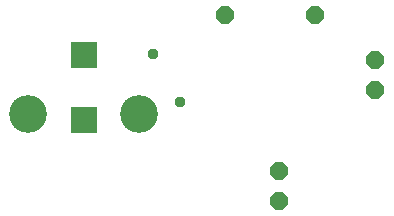
<source format=gbs>
G75*
%MOIN*%
%OFA0B0*%
%FSLAX25Y25*%
%IPPOS*%
%LPD*%
%AMOC8*
5,1,8,0,0,1.08239X$1,22.5*
%
%ADD10OC8,0.06000*%
%ADD11R,0.09068X0.09068*%
%ADD12C,0.12611*%
%ADD13C,0.03778*%
D10*
X0097000Y0042000D03*
X0097000Y0052000D03*
X0129000Y0079000D03*
X0129000Y0089000D03*
X0109000Y0104000D03*
X0079000Y0104000D03*
D11*
X0032000Y0069173D03*
X0032000Y0090827D03*
D12*
X0013496Y0070984D03*
X0050504Y0070984D03*
D13*
X0064000Y0075000D03*
X0055000Y0091000D03*
M02*

</source>
